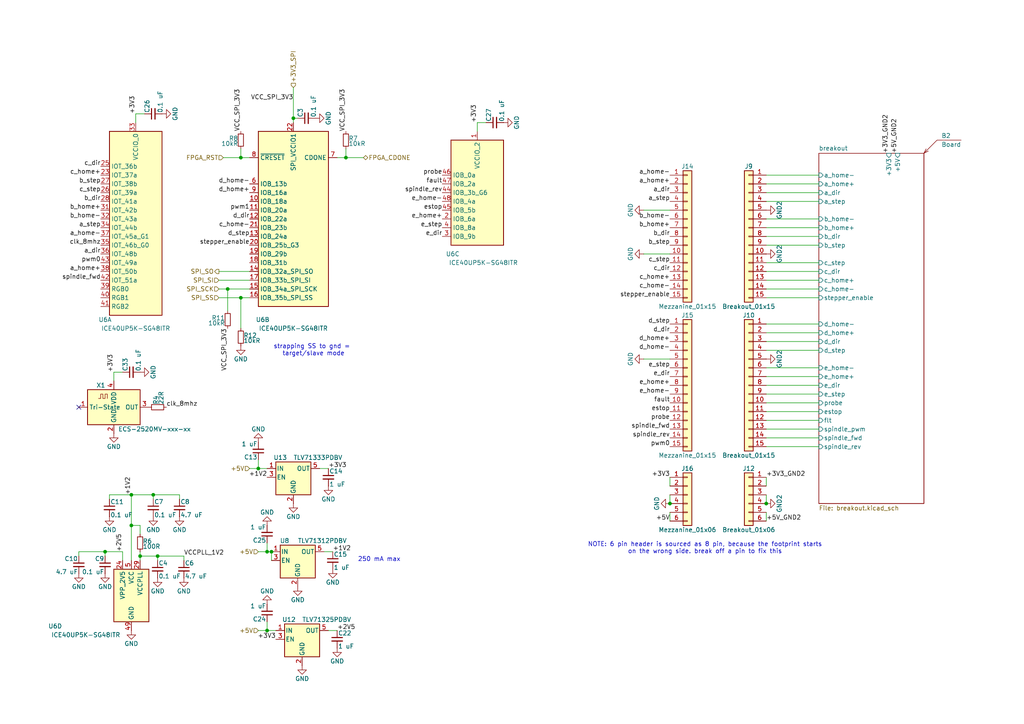
<source format=kicad_sch>
(kicad_sch (version 20231120) (generator "eeschema") (generator_version "8.0")
  (paper "A4")
  (lib_symbols
    (symbol "Connector_Generic:Conn_01x06" (pin_names (offset 1.016) hide)
      (property "Reference" "J" (at 0 7.62 0))
      (property "Value" "Conn_01x06" (at 0 -10.16 0))
      (symbol "Conn_01x06_1_1"
        (rectangle (start -1.27 -7.493) (end 0 -7.747) (stroke (width 0.1524)))
        (rectangle (start -1.27 -4.953) (end 0 -5.207) (stroke (width 0.1524)))
        (rectangle (start -1.27 -2.413) (end 0 -2.667) (stroke (width 0.1524)))
        (rectangle (start -1.27 0.127) (end 0 -0.127) (stroke (width 0.1524)))
        (rectangle (start -1.27 2.667) (end 0 2.413) (stroke (width 0.1524)))
        (rectangle (start -1.27 5.207) (end 0 4.953) (stroke (width 0.1524)))
        (rectangle (start -1.27 6.35) (end 1.27 -8.89) (stroke (width 0.254)) (fill (type background)))
        (pin passive line (at -5.08 5.08 0) (length 3.81) (name "Pin_1") (number "1"))
        (pin passive line (at -5.08 2.54 0) (length 3.81) (name "Pin_2") (number "2"))
        (pin passive line (at -5.08 0 0) (length 3.81) (name "Pin_3") (number "3"))
        (pin passive line (at -5.08 -2.54 0) (length 3.81) (name "Pin_4") (number "4"))
        (pin passive line (at -5.08 -5.08 0) (length 3.81) (name "Pin_5") (number "5"))
        (pin passive line (at -5.08 -7.62 0) (length 3.81) (name "Pin_6") (number "6"))
      )
    )
    (symbol "Connector_Generic:Conn_01x15" (pin_names (offset 1.016) hide)
      (property "Reference" "J" (at 0 20.32 0))
      (property "Value" "Conn_01x15" (at 0 -20.32 0))
      (symbol "Conn_01x15_1_1"
        (rectangle (start -1.27 -17.653) (end 0 -17.907) (stroke (width 0.1524)))
        (rectangle (start -1.27 -15.113) (end 0 -15.367) (stroke (width 0.1524)))
        (rectangle (start -1.27 -12.573) (end 0 -12.827) (stroke (width 0.1524)))
        (rectangle (start -1.27 -10.033) (end 0 -10.287) (stroke (width 0.1524)))
        (rectangle (start -1.27 -7.493) (end 0 -7.747) (stroke (width 0.1524)))
        (rectangle (start -1.27 -4.953) (end 0 -5.207) (stroke (width 0.1524)))
        (rectangle (start -1.27 -2.413) (end 0 -2.667) (stroke (width 0.1524)))
        (rectangle (start -1.27 0.127) (end 0 -0.127) (stroke (width 0.1524)))
        (rectangle (start -1.27 2.667) (end 0 2.413) (stroke (width 0.1524)))
        (rectangle (start -1.27 5.207) (end 0 4.953) (stroke (width 0.1524)))
        (rectangle (start -1.27 7.747) (end 0 7.493) (stroke (width 0.1524)))
        (rectangle (start -1.27 10.287) (end 0 10.033) (stroke (width 0.1524)))
        (rectangle (start -1.27 12.827) (end 0 12.573) (stroke (width 0.1524)))
        (rectangle (start -1.27 15.367) (end 0 15.113) (stroke (width 0.1524)))
        (rectangle (start -1.27 17.907) (end 0 17.653) (stroke (width 0.1524)))
        (rectangle (start -1.27 19.05) (end 1.27 -19.05) (stroke (width 0.254)) (fill (type background)))
        (pin passive line (at -5.08 17.78 0) (length 3.81) (name "Pin_1") (number "1"))
        (pin passive line (at -5.08 -5.08 0) (length 3.81) (name "Pin_10") (number "10"))
        (pin passive line (at -5.08 -7.62 0) (length 3.81) (name "Pin_11") (number "11"))
        (pin passive line (at -5.08 -10.16 0) (length 3.81) (name "Pin_12") (number "12"))
        (pin passive line (at -5.08 -12.7 0) (length 3.81) (name "Pin_13") (number "13"))
        (pin passive line (at -5.08 -15.24 0) (length 3.81) (name "Pin_14") (number "14"))
        (pin passive line (at -5.08 -17.78 0) (length 3.81) (name "Pin_15") (number "15"))
        (pin passive line (at -5.08 15.24 0) (length 3.81) (name "Pin_2") (number "2"))
        (pin passive line (at -5.08 12.7 0) (length 3.81) (name "Pin_3") (number "3"))
        (pin passive line (at -5.08 10.16 0) (length 3.81) (name "Pin_4") (number "4"))
        (pin passive line (at -5.08 7.62 0) (length 3.81) (name "Pin_5") (number "5"))
        (pin passive line (at -5.08 5.08 0) (length 3.81) (name "Pin_6") (number "6"))
        (pin passive line (at -5.08 2.54 0) (length 3.81) (name "Pin_7") (number "7"))
        (pin passive line (at -5.08 0 0) (length 3.81) (name "Pin_8") (number "8"))
        (pin passive line (at -5.08 -2.54 0) (length 3.81) (name "Pin_9") (number "9"))
      )
    )
    (symbol "Device:C_Small" (pin_numbers hide) (pin_names (offset 0.254) hide)
      (property "Reference" "C" (at 0.254 1.778 0))
      (property "Value" "C_Small" (at 0.254 -2.032 0))
      (symbol "C_Small_0_1"
        (polyline (pts (xy -1.524 -0.508) (xy 1.524 -0.508)) (stroke (width 0.3302)))
        (polyline (pts (xy -1.524 0.508) (xy 1.524 0.508)) (stroke (width 0.3048)))
      )
      (symbol "C_Small_1_1"
        (pin passive line (at 0 2.54 270) (length 2.032) (name "~") (number "1"))
        (pin passive line (at 0 -2.54 90) (length 2.032) (name "~") (number "2"))
      )
    )
    (symbol "Device:R_Small" (pin_numbers hide) (pin_names (offset 0.254) hide)
      (property "Reference" "R" (at 0.762 0.508 0))
      (property "Value" "R_Small" (at 0.762 -1.016 0))
      (symbol "R_Small_0_1"
        (rectangle (start -0.762 1.778) (end 0.762 -1.778) (stroke (width 0.2032)))
      )
      (symbol "R_Small_1_1"
        (pin passive line (at 0 2.54 270) (length 0.762) (name "~") (number "1"))
        (pin passive line (at 0 -2.54 90) (length 0.762) (name "~") (number "2"))
      )
    )
    (symbol "FPGA_Lattice:ICE40UP5K-SG48ITR"
      (property "Reference" "U" (at -8.89 -29.21 0))
      (property "Value" "ICE40UP5K-SG48ITR" (at 0 -31.75 0))
      (symbol "ICE40UP5K-SG48ITR_1_1"
        (rectangle (start -7.62 25.4) (end 7.62 -27.94) (stroke (width 0.254)) (fill (type background)))
        (pin bidirectional line (at -10.16 12.7 0) (length 2.54) (name "IOT_37a") (number "23"))
        (pin bidirectional line (at -10.16 15.24 0) (length 2.54) (name "IOT_36b") (number "25"))
        (pin bidirectional line (at -10.16 7.62 0) (length 2.54) (name "IOT_39a") (number "26"))
        (pin bidirectional line (at -10.16 10.16 0) (length 2.54) (name "IOT_38b") (number "27"))
        (pin bidirectional line (at -10.16 5.08 0) (length 2.54) (name "IOT_41a") (number "28"))
        (pin bidirectional line (at -10.16 2.54 0) (length 2.54) (name "IOT_42b") (number "31"))
        (pin bidirectional line (at -10.16 0 0) (length 2.54) (name "IOT_43a") (number "32"))
        (pin power_in line (at 0 27.94 270) (length 2.54) (name "VCCIO_0") (number "33"))
        (pin bidirectional line (at -10.16 -2.54 0) (length 2.54) (name "IOT_44b") (number "34"))
        (pin bidirectional line (at -10.16 -7.62 0) (length 2.54) (name "IOT_46b_G0") (number "35"))
        (pin bidirectional line (at -10.16 -10.16 0) (length 2.54) (name "IOT_48b") (number "36"))
        (pin bidirectional line (at -10.16 -5.08 0) (length 2.54) (name "IOT_45a_G1") (number "37"))
        (pin bidirectional line (at -10.16 -15.24 0) (length 2.54) (name "IOT_50b") (number "38"))
        (pin open_collector line (at -10.16 -20.32 0) (length 2.54) (name "RGB0") (number "39"))
        (pin open_collector line (at -10.16 -22.86 0) (length 2.54) (name "RGB1") (number "40"))
        (pin open_collector line (at -10.16 -25.4 0) (length 2.54) (name "RGB2") (number "41"))
        (pin bidirectional line (at -10.16 -17.78 0) (length 2.54) (name "IOT_51a") (number "42"))
        (pin bidirectional line (at -10.16 -12.7 0) (length 2.54) (name "IOT_49a") (number "43"))
      )
      (symbol "ICE40UP5K-SG48ITR_2_1"
        (rectangle (start -10.16 25.4) (end 10.16 -25.4) (stroke (width 0.254)) (fill (type background)))
        (pin bidirectional line (at -12.7 5.08 0) (length 2.54) (name "IOB_18a") (number "10"))
        (pin bidirectional line (at -12.7 2.54 0) (length 2.54) (name "IOB_20a") (number "11"))
        (pin bidirectional line (at -12.7 0 0) (length 2.54) (name "IOB_22a") (number "12"))
        (pin bidirectional line (at -12.7 -5.08 0) (length 2.54) (name "IOB_24a") (number "13"))
        (pin bidirectional line (at -12.7 -15.24 0) (length 2.54) (name "IOB_32a_SPI_SO") (number "14"))
        (pin bidirectional line (at -12.7 -20.32 0) (length 2.54) (name "IOB_34a_SPI_SCK") (number "15"))
        (pin bidirectional line (at -12.7 -22.86 0) (length 2.54) (name "IOB_35b_SPI_SS") (number "16"))
        (pin bidirectional line (at -12.7 -17.78 0) (length 2.54) (name "IOB_33b_SPI_SI") (number "17"))
        (pin bidirectional line (at -12.7 -12.7 0) (length 2.54) (name "IOB_31b") (number "18"))
        (pin bidirectional line (at -12.7 -10.16 0) (length 2.54) (name "IOB_29b") (number "19"))
        (pin bidirectional line (at -12.7 -7.62 0) (length 2.54) (name "IOB_25b_G3") (number "20"))
        (pin bidirectional line (at -12.7 -2.54 0) (length 2.54) (name "IOB_23b") (number "21"))
        (pin power_in line (at 0 27.94 270) (length 2.54) (name "SPI_VCCIO1") (number "22"))
        (pin bidirectional line (at -12.7 10.16 0) (length 2.54) (name "IOB_13b") (number "6"))
        (pin open_collector line (at 12.7 17.78 180) (length 2.54) (name "CDONE") (number "7"))
        (pin input line (at -12.7 17.78 0) (length 2.54) (name "~{CRESET}") (number "8"))
        (pin bidirectional line (at -12.7 7.62 0) (length 2.54) (name "IOB_16a") (number "9"))
      )
      (symbol "ICE40UP5K-SG48ITR_3_1"
        (rectangle (start -7.62 15.24) (end 7.62 -15.24) (stroke (width 0.254)) (fill (type background)))
        (pin power_in line (at 0 17.78 270) (length 2.54) (name "VCCIO_2") (number "1"))
        (pin bidirectional line (at -10.16 -7.62 0) (length 2.54) (name "IOB_6a") (number "2"))
        (pin bidirectional line (at -10.16 -12.7 0) (length 2.54) (name "IOB_9b") (number "3"))
        (pin bidirectional line (at -10.16 -10.16 0) (length 2.54) (name "IOB_8a") (number "4"))
        (pin bidirectional line (at -10.16 0 0) (length 2.54) (name "IOB_3b_G6") (number "44"))
        (pin bidirectional line (at -10.16 -5.08 0) (length 2.54) (name "IOB_5b") (number "45"))
        (pin bidirectional line (at -10.16 5.08 0) (length 2.54) (name "IOB_0a") (number "46"))
        (pin bidirectional line (at -10.16 2.54 0) (length 2.54) (name "IOB_2a") (number "47"))
        (pin bidirectional line (at -10.16 -2.54 0) (length 2.54) (name "IOB_4a") (number "48"))
      )
      (symbol "ICE40UP5K-SG48ITR_4_1"
        (rectangle (start -5.08 7.62) (end 5.08 -7.62) (stroke (width 0.254)) (fill (type background)))
        (pin power_in line (at -2.54 10.16 270) (length 2.54) (name "VPP_2V5") (number "24"))
        (pin power_out line (at 2.54 10.16 270) (length 2.54) (name "VCCPLL") (number "29"))
        (pin passive line (at 0 10.16 270) (length 2.54) hide (name "VCC") (number "30"))
        (pin power_in line (at 0 -10.16 90) (length 2.54) (name "GND") (number "49"))
        (pin power_in line (at 0 10.16 270) (length 2.54) (name "VCC") (number "5"))
      )
    )
    (symbol "GND_3" (power) (pin_numbers hide) (pin_names (offset 0) hide)
      (property "Value" "GND" (at 0 -3.81 0))
      (symbol "GND_3_0_1"
        (polyline (pts (xy 0 0) (xy 0 -1.27) (xy 1.27 -1.27) (xy 0 -2.54) (xy -1.27 -1.27) (xy 0 -1.27)))
      )
      (symbol "GND_3_1_1"
        (pin power_in line (at 0 0 270) (length 0) (name "~") (number "1"))
      )
    )
    (symbol "Oscillator:ECS-2520MV-xxx-xx"
      (property "Reference" "X" (at -5.08 6.35 0))
      (property "Value" "ECS-2520MV-xxx-xx" (at 1.27 -6.35 0))
      (symbol "ECS-2520MV-xxx-xx_0_1"
        (rectangle (start -7.62 5.08) (end 7.62 -5.08) (stroke (width 0.254)) (fill (type background)))
        (polyline (pts (xy -4.445 2.54) (xy -3.81 2.54) (xy -3.81 3.81) (xy -3.175 3.81) (xy -3.175 2.54) (xy -2.54 2.54) (xy -2.54 3.81) (xy -1.905 3.81) (xy -1.905 2.54)))
      )
      (symbol "ECS-2520MV-xxx-xx_1_1"
        (pin input line (at -10.16 0 0) (length 2.54) (name "Tri-State") (number "1"))
        (pin power_in line (at 0 -7.62 90) (length 2.54) (name "GND") (number "2"))
        (pin output line (at 10.16 0 180) (length 2.54) (name "OUT") (number "3"))
        (pin power_in line (at 0 7.62 270) (length 2.54) (name "VDD") (number "4"))
      )
    )
    (symbol "PCM_kikit:Board" (in_bom no)
      (property "Reference" "B" (at 5.08 5.08 0))
      (property "Value" "Board" (at 5.08 2.54 0))
      (symbol "Board_0_1"
        (polyline (pts (xy 0 0) (xy 3.81 3.81) (xy 10.795 3.81)) (stroke (width 0.1524)))
        (polyline (pts (xy 0.635 1.27) (xy 0 0) (xy 1.27 0.635)) (stroke (width 0.1524)))
      )
    )
    (symbol "Regulator_Linear:TLV71312PDBV" (pin_names (offset 0.254))
      (property "Reference" "U" (at -3.81 5.715 0))
      (property "Value" "TLV71312PDBV" (at 0 5.715 0))
      (symbol "TLV71312PDBV_0_1"
        (rectangle (start -5.08 4.445) (end 5.08 -5.08) (stroke (width 0.254)) (fill (type background)))
      )
      (symbol "TLV71312PDBV_1_1"
        (pin power_in line (at -7.62 2.54 0) (length 2.54) (name "IN") (number "1"))
        (pin power_in line (at 0 -7.62 90) (length 2.54) (name "GND") (number "2"))
        (pin input line (at -7.62 0 0) (length 2.54) (name "EN") (number "3"))
        (pin no_connect line (at 5.08 0 180) (length 2.54) hide (name "NC") (number "4"))
        (pin power_out line (at 7.62 2.54 180) (length 2.54) (name "OUT") (number "5"))
      )
    )
    (symbol "Regulator_Linear:TLV71325PDBV" (pin_names (offset 0.254))
      (property "Reference" "U" (at -3.81 5.715 0))
      (property "Value" "TLV71325PDBV" (at 0 5.715 0))
      (symbol "TLV71325PDBV_0_1"
        (rectangle (start -5.08 4.445) (end 5.08 -5.08) (stroke (width 0.254)) (fill (type background)))
      )
      (symbol "TLV71325PDBV_1_1"
        (pin power_in line (at -7.62 2.54 0) (length 2.54) (name "IN") (number "1"))
        (pin power_in line (at 0 -7.62 90) (length 2.54) (name "GND") (number "2"))
        (pin input line (at -7.62 0 0) (length 2.54) (name "EN") (number "3"))
        (pin no_connect line (at 5.08 0 180) (length 2.54) hide (name "NC") (number "4"))
        (pin power_out line (at 7.62 2.54 180) (length 2.54) (name "OUT") (number "5"))
      )
    )
    (symbol "Regulator_Linear:TLV71333PDBV" (pin_names (offset 0.254))
      (property "Reference" "U" (at -3.81 5.715 0))
      (property "Value" "TLV71333PDBV" (at 0 5.715 0))
      (symbol "TLV71333PDBV_0_1"
        (rectangle (start -5.08 4.445) (end 5.08 -5.08) (stroke (width 0.254)) (fill (type background)))
      )
      (symbol "TLV71333PDBV_1_1"
        (pin power_in line (at -7.62 2.54 0) (length 2.54) (name "IN") (number "1"))
        (pin power_in line (at 0 -7.62 90) (length 2.54) (name "GND") (number "2"))
        (pin input line (at -7.62 0 0) (length 2.54) (name "EN") (number "3"))
        (pin no_connect line (at 5.08 0 180) (length 2.54) hide (name "NC") (number "4"))
        (pin power_out line (at 7.62 2.54 180) (length 2.54) (name "OUT") (number "5"))
      )
    )
    (symbol "power:GND" (power) (pin_numbers hide) (pin_names (offset 0) hide)
      (property "Value" "GND" (at 0 -3.81 0))
      (symbol "GND_0_1"
        (polyline (pts (xy 0 0) (xy 0 -1.27) (xy 1.27 -1.27) (xy 0 -2.54) (xy -1.27 -1.27) (xy 0 -1.27)))
      )
      (symbol "GND_1_1"
        (pin power_in line (at 0 0 270) (length 0) (name "~") (number "1"))
      )
    )
    (symbol "power:GND2" (power) (pin_numbers hide) (pin_names (offset 0) hide)
      (property "Value" "GND2" (at 0 -3.81 0))
      (symbol "GND2_0_1"
        (polyline (pts (xy 0 0) (xy 0 -1.27) (xy 1.27 -1.27) (xy 0 -2.54) (xy -1.27 -1.27) (xy 0 -1.27)))
      )
      (symbol "GND2_1_1"
        (pin power_in line (at 0 0 270) (length 0) (name "~") (number "1"))
      )
    )
  )
  (junction (at 44.45 143.51))
  (junction (at 66.04 83.82))
  (junction (at 77.47 182.88))
  (junction (at 222.25 146.05))
  (junction (at 78.74 160.02))
  (junction (at 74.93 135.89))
  (junction (at 38.1 152.4))
  (junction (at 69.85 45.72))
  (junction (at 40.64 161.29))
  (junction (at 30.48 160.02))
  (junction (at 100.33 45.72))
  (junction (at 38.1 143.51))
  (junction (at 45.72 161.29))
  (junction (at 69.85 86.36))
  (junction (at 194.31 146.05))
  (junction (at 77.47 160.02))
  (junction (at 85.09 34.29))
  (no_connect (at 22.86 118.11))
  (wire (pts (xy 66.04 83.82) (xy 72.39 83.82)))
  (wire (pts (xy 222.25 58.42) (xy 237.49 58.42)))
  (wire (pts (xy 40.64 160.02) (xy 40.64 161.29)))
  (wire (pts (xy 69.85 45.72) (xy 72.39 45.72)))
  (wire (pts (xy 64.77 45.72) (xy 69.85 45.72)))
  (wire (pts (xy 30.48 160.02) (xy 30.48 161.29)))
  (wire (pts (xy 222.25 71.12) (xy 237.49 71.12)))
  (wire (pts (xy 222.25 81.28) (xy 237.49 81.28)))
  (wire (pts (xy 222.25 124.46) (xy 237.49 124.46)))
  (wire (pts (xy 66.04 90.17) (xy 66.04 83.82)))
  (wire (pts (xy 222.25 106.68) (xy 237.49 106.68)))
  (wire (pts (xy 31.75 143.51) (xy 38.1 143.51)))
  (wire (pts (xy 44.45 143.51) (xy 52.07 143.51)))
  (wire (pts (xy 22.86 160.02) (xy 22.86 161.29)))
  (wire (pts (xy 186.69 73.66) (xy 194.31 73.66)))
  (wire (pts (xy 74.93 160.02) (xy 77.47 160.02)))
  (wire (pts (xy 33.02 107.95) (xy 33.02 110.49)))
  (wire (pts (xy 40.64 152.4) (xy 38.1 152.4)))
  (wire (pts (xy 35.56 160.02) (xy 30.48 160.02)))
  (wire (pts (xy 40.64 161.29) (xy 40.64 162.56)))
  (wire (pts (xy 92.71 135.89) (xy 95.25 135.89)))
  (wire (pts (xy 186.69 60.96) (xy 194.31 60.96)))
  (wire (pts (xy 85.09 25.4) (xy 85.09 34.29)))
  (wire (pts (xy 74.93 182.88) (xy 77.47 182.88)))
  (wire (pts (xy 222.25 93.98) (xy 237.49 93.98)))
  (wire (pts (xy 95.25 182.88) (xy 97.79 182.88)))
  (wire (pts (xy 222.25 121.92) (xy 237.49 121.92)))
  (wire (pts (xy 63.5 86.36) (xy 69.85 86.36)))
  (wire (pts (xy 222.25 86.36) (xy 237.49 86.36)))
  (wire (pts (xy 35.56 160.02) (xy 35.56 162.56)))
  (wire (pts (xy 222.25 63.5) (xy 237.49 63.5)))
  (wire (pts (xy 38.1 143.51) (xy 38.1 152.4)))
  (wire (pts (xy 45.72 161.29) (xy 45.72 162.56)))
  (wire (pts (xy 77.47 160.02) (xy 78.74 160.02)))
  (wire (pts (xy 222.25 96.52) (xy 237.49 96.52)))
  (wire (pts (xy 44.45 143.51) (xy 44.45 144.78)))
  (wire (pts (xy 100.33 43.18) (xy 100.33 45.72)))
  (wire (pts (xy 38.1 152.4) (xy 38.1 162.56)))
  (wire (pts (xy 222.25 101.6) (xy 237.49 101.6)))
  (wire (pts (xy 222.25 111.76) (xy 237.49 111.76)))
  (wire (pts (xy 222.25 114.3) (xy 237.49 114.3)))
  (wire (pts (xy 222.25 78.74) (xy 237.49 78.74)))
  (wire (pts (xy 63.5 78.74) (xy 72.39 78.74)))
  (wire (pts (xy 77.47 157.48) (xy 77.47 160.02)))
  (wire (pts (xy 222.25 53.34) (xy 237.49 53.34)))
  (wire (pts (xy 222.25 148.59) (xy 222.25 151.13)))
  (wire (pts (xy 222.25 116.84) (xy 237.49 116.84)))
  (wire (pts (xy 222.25 76.2) (xy 237.49 76.2)))
  (wire (pts (xy 66.04 83.82) (xy 63.5 83.82)))
  (wire (pts (xy 69.85 86.36) (xy 69.85 95.25)))
  (wire (pts (xy 40.64 161.29) (xy 45.72 161.29)))
  (wire (pts (xy 222.25 66.04) (xy 237.49 66.04)))
  (wire (pts (xy 77.47 180.34) (xy 77.47 182.88)))
  (wire (pts (xy 45.72 161.29) (xy 53.34 161.29)))
  (wire (pts (xy 222.25 83.82) (xy 237.49 83.82)))
  (wire (pts (xy 93.98 160.02) (xy 96.52 160.02)))
  (wire (pts (xy 222.25 55.88) (xy 237.49 55.88)))
  (wire (pts (xy 78.74 160.02) (xy 78.74 162.56)))
  (wire (pts (xy 222.25 143.51) (xy 222.25 146.05)))
  (wire (pts (xy 63.5 81.28) (xy 72.39 81.28)))
  (wire (pts (xy 186.69 104.14) (xy 194.31 104.14)))
  (wire (pts (xy 100.33 45.72) (xy 97.79 45.72)))
  (wire (pts (xy 72.39 135.89) (xy 74.93 135.89)))
  (wire (pts (xy 194.31 148.59) (xy 194.31 151.13)))
  (wire (pts (xy 77.47 182.88) (xy 80.01 182.88)))
  (wire (pts (xy 194.31 143.51) (xy 194.31 146.05)))
  (wire (pts (xy 222.25 127) (xy 237.49 127)))
  (wire (pts (xy 138.43 35.56) (xy 140.97 35.56)))
  (wire (pts (xy 222.25 68.58) (xy 237.49 68.58)))
  (wire (pts (xy 53.34 161.29) (xy 53.34 162.56)))
  (wire (pts (xy 52.07 143.51) (xy 52.07 144.78)))
  (wire (pts (xy 74.93 135.89) (xy 77.47 135.89)))
  (wire (pts (xy 222.25 109.22) (xy 237.49 109.22)))
  (wire (pts (xy 33.02 107.95) (xy 35.56 107.95)))
  (wire (pts (xy 194.31 138.43) (xy 194.31 140.97)))
  (wire (pts (xy 222.25 119.38) (xy 237.49 119.38)))
  (wire (pts (xy 69.85 86.36) (xy 72.39 86.36)))
  (wire (pts (xy 138.43 35.56) (xy 138.43 38.1)))
  (wire (pts (xy 31.75 144.78) (xy 31.75 143.51)))
  (wire (pts (xy 39.37 33.02) (xy 39.37 35.56)))
  (wire (pts (xy 74.93 133.35) (xy 74.93 135.89)))
  (wire (pts (xy 69.85 43.18) (xy 69.85 45.72)))
  (wire (pts (xy 85.09 34.29) (xy 85.09 35.56)))
  (wire (pts (xy 100.33 45.72) (xy 105.41 45.72)))
  (wire (pts (xy 85.09 34.29) (xy 86.36 34.29)))
  (wire (pts (xy 222.25 129.54) (xy 237.49 129.54)))
  (wire (pts (xy 40.64 154.94) (xy 40.64 152.4)))
  (wire (pts (xy 222.25 99.06) (xy 237.49 99.06)))
  (wire (pts (xy 222.25 50.8) (xy 237.49 50.8)))
  (wire (pts (xy 222.25 138.43) (xy 222.25 140.97)))
  (wire (pts (xy 38.1 143.51) (xy 44.45 143.51)))
  (wire (pts (xy 39.37 33.02) (xy 41.91 33.02)))
  (wire (pts (xy 30.48 160.02) (xy 22.86 160.02)))
  (text "NOTE: 6 pin header is sourced as 8 pin, because the footprint starts\non the wrong side. break off a pin to fix this" (at 204.47 159.004 0) (effects (font (size 1.27 1.27))))
  (text "strapping SS to gnd = \ntarget/slave mode" (at 90.932 101.6 0) (effects (font (size 1.27 1.27))))
  (text "250 mA max" (at 109.982 162.306 0) (effects (font (size 1.27 1.27))))
  (label "+2V5" (at 97.79 182.88 0))
  (label "e_dir" (at 194.31 109.22 180))
  (label "+3V3" (at 95.25 135.89 0))
  (label "spindle_fwd" (at 29.21 81.28 180))
  (label "a_home-" (at 194.31 50.8 180))
  (label "b_dir" (at 29.21 58.42 180))
  (label "probe" (at 128.27 50.8 180))
  (label "e_step" (at 128.27 66.04 180))
  (label "pwm0" (at 194.31 129.54 180))
  (label "b_home-" (at 194.31 63.5 180))
  (label "+3V3" (at 39.37 33.02 90))
  (label "+3V3_GND2" (at 222.25 138.43 0))
  (label "e_home-" (at 128.27 58.42 180))
  (label "e_dir" (at 128.27 68.58 180))
  (label "c_home-" (at 72.39 66.04 180))
  (label "a_home+" (at 194.31 53.34 180))
  (label "+5V" (at 194.31 151.13 180))
  (label "c_home+" (at 29.21 50.8 180))
  (label "c_step" (at 29.21 55.88 180))
  (label "+3V3" (at 33.02 107.95 90))
  (label "stepper_enable" (at 194.31 86.36 180))
  (label "+3V3" (at 138.43 35.56 90))
  (label "+3V3" (at 80.01 185.42 180))
  (label "a_step" (at 29.21 66.04 180))
  (label "b_step" (at 29.21 53.34 180))
  (label "spindle_rev" (at 194.31 127 180))
  (label "d_home+" (at 194.31 99.06 180))
  (label "+5V_GND2" (at 260.35 44.45 90))
  (label "pwm0" (at 29.21 76.2 180))
  (label "a_step" (at 194.31 58.42 180))
  (label "b_home+" (at 29.21 60.96 180))
  (label "+1V2" (at 38.1 143.51 90))
  (label "a_dir" (at 29.21 73.66 180))
  (label "d_step" (at 194.31 93.98 180))
  (label "+1V2" (at 96.52 160.02 0))
  (label "d_home+" (at 72.39 55.88 180))
  (label "VCCPLL_1V2" (at 53.34 161.29 0))
  (label "estop" (at 194.31 119.38 180))
  (label "probe" (at 194.31 121.92 180))
  (label "e_home+" (at 194.31 111.76 180))
  (label "VCC_SPI_3V3" (at 69.85 38.1 90))
  (label "d_dir" (at 194.31 96.52 180))
  (label "spindle_rev" (at 128.27 55.88 180))
  (label "e_home+" (at 128.27 63.5 180))
  (label "a_home+" (at 29.21 78.74 180))
  (label "fault" (at 128.27 53.34 180))
  (label "b_dir" (at 194.31 68.58 180))
  (label "c_home-" (at 194.31 83.82 180))
  (label "d_home-" (at 194.31 101.6 180))
  (label "d_step" (at 72.39 68.58 180))
  (label "c_dir" (at 29.21 48.26 180))
  (label "a_home-" (at 29.21 68.58 180))
  (label "spindle_fwd" (at 194.31 124.46 180))
  (label "c_step" (at 194.31 76.2 180))
  (label "estop" (at 128.27 60.96 180))
  (label "+2V5" (at 35.56 160.02 90))
  (label "b_step" (at 194.31 71.12 180))
  (label "VCC_SPI_3V3" (at 66.04 95.25 270))
  (label "b_home-" (at 29.21 63.5 180))
  (label "c_home+" (at 194.31 81.28 180))
  (label "e_step" (at 194.31 106.68 180))
  (label "+3V3_GND2" (at 257.81 44.45 90))
  (label "VCC_SPI_3V3" (at 100.33 38.1 90))
  (label "b_home+" (at 194.31 66.04 180))
  (label "e_home-" (at 194.31 114.3 180))
  (label "pwm1" (at 72.39 60.96 180))
  (label "fault" (at 194.31 116.84 180))
  (label "d_home-" (at 72.39 53.34 180))
  (label "clk_8mhz" (at 29.21 71.12 180))
  (label "+1V2" (at 77.47 138.43 180))
  (label "d_dir" (at 72.39 63.5 180))
  (label "+5V_GND2" (at 222.25 151.13 0))
  (label "VCC_SPI_3V3" (at 85.09 29.21 180))
  (label "stepper_enable" (at 72.39 71.12 180))
  (label "clk_8mhz" (at 48.26 118.11 0))
  (label "a_dir" (at 194.31 55.88 180))
  (label "+3V3" (at 194.31 138.43 180))
  (label "c_dir" (at 194.31 78.74 180))
  (hierarchical_label "+3V3_SPI" (shape input) (at 85.09 25.4 90))
  (hierarchical_label "SPI_SCK" (shape input) (at 63.5 83.82 180))
  (hierarchical_label "+5V" (shape input) (at 74.93 182.88 180))
  (hierarchical_label "SPI_SS" (shape input) (at 63.5 86.36 180))
  (hierarchical_label "+5V" (shape input) (at 72.39 135.89 180))
  (hierarchical_label "+5V" (shape input) (at 74.93 160.02 180))
  (hierarchical_label "FPGA_CDONE" (shape bidirectional) (at 105.41 45.72 0))
  (hierarchical_label "SPI_SO" (shape output) (at 63.5 78.74 180))
  (hierarchical_label "SPI_SI" (shape input) (at 63.5 81.28 180))
  (hierarchical_label "FPGA_RST" (shape input) (at 64.77 45.72 180))
  (symbol (lib_id "Connector_Generic:Conn_01x15") (at 217.17 111.76 0) (mirror y) (unit 1)
    (property "Reference" "J10" (at 217.17 91.44 0))
    (property "Value" "Breakout_01x15" (at 217.17 132.08 0))
    (property "Footprint" "Connector_PinSocket_2.54mm:PinSocket_1x15_P2.54mm_Vertical" (effects (hide yes)))
    (property "Description" "Generic connector, single row, 01x15, script generated (kicad-library-utils/schlib/autogen/connector/)" (effects (hide yes)))
    (property "Digikey" "A26425-ND" (effects (hide yes)))
  )
  (symbol (lib_id "Device:C_Small") (at 44.45 33.02 90) (unit 1)
    (property "Reference" "C26" (at 42.672 32.766 0) (effects (justify left)))
    (property "Value" "0.1 uF" (at 46.482 32.766 0) (effects (justify left)))
    (property "Footprint" "Capacitor_SMD:C_0402_1005Metric" (effects (hide yes)))
    (property "Description" "Unpolarized capacitor, small symbol" (effects (hide yes)))
    (property "Digikey" "490-6328-1-ND" (effects (hide yes)))
  )
  (symbol (lib_id "Device:C_Small") (at 44.45 147.32 0) (unit 1)
    (property "Reference" "C7" (at 44.704 145.542 0) (effects (justify left)))
    (property "Value" "0.1 uF" (at 44.704 149.352 0) (effects (justify left)))
    (property "Footprint" "Capacitor_SMD:C_0402_1005Metric" (effects (hide yes)))
    (property "Description" "Unpolarized capacitor, small symbol" (effects (hide yes)))
    (property "Digikey" "490-6328-1-ND" (effects (hide yes)))
  )
  (symbol (lib_id "power:GND") (at 91.44 34.29 90) (unit 1)
    (property "Reference" "#PWR03" (effects (hide yes)))
    (property "Value" "GND" (at 95.25 34.29 0))
    (property "Description" "Power symbol creates a global label with name \"GND\" , ground" (effects (hide yes)))
  )
  (symbol (lib_id "power:GND") (at 31.75 149.86 0) (unit 1)
    (property "Reference" "#PWR026" (effects (hide yes)))
    (property "Value" "GND" (at 31.75 153.67 0))
    (property "Description" "Power symbol creates a global label with name \"GND\" , ground" (effects (hide yes)))
  )
  (symbol (lib_id "FPGA_Lattice:ICE40UP5K-SG48ITR") (at 38.1 172.72 0) (unit 4)
    (property "Reference" "U6" (at 16.002 181.61 0))
    (property "Value" "ICE40UP5K-SG48ITR" (at 24.892 184.15 0))
    (property "Footprint" "Package_DFN_QFN:QFN-48-1EP_7x7mm_P0.5mm_EP5.6x5.6mm" (effects (hide yes)))
    (property "Datasheet" "http://www.latticesemi.com/Products/FPGAandCPLD/iCE40Ultra" (effects (hide yes)))
    (property "Description" "iCE40 UltraPlus FPGA, 5280 LUTs, 1.2V, 48-pin QFN" (effects (hide yes)))
    (property "Digikey" "220-2212-1-ND" (effects (hide yes)))
  )
  (symbol (lib_id "power:GND") (at 44.45 149.86 0) (unit 1)
    (property "Reference" "#PWR010" (effects (hide yes)))
    (property "Value" "GND" (at 44.45 153.67 0))
    (property "Description" "Power symbol creates a global label with name \"GND\" , ground" (effects (hide yes)))
  )
  (symbol (lib_id "Device:R_Small") (at 69.85 97.79 0) (unit 1)
    (property "Reference" "R12" (at 70.612 97.282 0) (effects (justify left)))
    (property "Value" "10kR" (at 70.612 98.806 0) (effects (justify left)))
    (property "Footprint" "Resistor_SMD:R_0402_1005Metric" (effects (hide yes)))
    (property "Description" "Resistor, small symbol" (effects (hide yes)))
    (property "Digikey" "1276-3431-1-ND" (effects (hide yes)))
  )
  (symbol (lib_id "Device:R_Small") (at 66.04 92.71 0) (mirror y) (unit 1)
    (property "Reference" "R11" (at 65.278 92.202 0) (effects (justify left)))
    (property "Value" "10kR" (at 65.278 93.726 0) (effects (justify left)))
    (property "Footprint" "Resistor_SMD:R_0402_1005Metric" (effects (hide yes)))
    (property "Description" "Resistor, small symbol" (effects (hide yes)))
    (property "Digikey" "1276-3431-1-ND" (effects (hide yes)))
  )
  (symbol (lib_id "power:GND") (at 45.72 167.64 0) (unit 1)
    (property "Reference" "#PWR08" (effects (hide yes)))
    (property "Value" "GND" (at 45.72 171.45 0))
    (property "Description" "Power symbol creates a global label with name \"GND\" , ground" (effects (hide yes)))
  )
  (symbol (lib_name "GND_3") (lib_id "power:GND") (at 95.25 140.97 0) (unit 1)
    (property "Reference" "#PWR029" (effects (hide yes)))
    (property "Value" "GND" (at 95.25 144.78 0))
    (property "Description" "Power symbol creates a global label with name \"GND\" , ground" (effects (hide yes)))
  )
  (symbol (lib_id "power:GND") (at 33.02 125.73 0) (unit 1)
    (property "Reference" "#PWR068" (effects (hide yes)))
    (property "Value" "GND" (at 33.02 129.54 0))
    (property "Description" "Power symbol creates a global label with name \"GND\" , ground" (effects (hide yes)))
  )
  (symbol (lib_id "power:GND2") (at 222.25 146.05 90) (unit 1)
    (property "Reference" "#PWR080" (effects (hide yes)))
    (property "Value" "GND2" (at 226.06 146.05 0))
    (property "Description" "Power symbol creates a global label with name \"GND2\" , ground" (effects (hide yes)))
  )
  (symbol (lib_id "Device:C_Small") (at 88.9 34.29 90) (unit 1)
    (property "Reference" "C3" (at 87.122 34.036 0) (effects (justify left)))
    (property "Value" "0.1 uF" (at 90.932 34.036 0) (effects (justify left)))
    (property "Footprint" "Capacitor_SMD:C_0402_1005Metric" (effects (hide yes)))
    (property "Description" "Unpolarized capacitor, small symbol" (effects (hide yes)))
    (property "Digikey" "490-6328-1-ND" (effects (hide yes)))
  )
  (symbol (lib_id "Device:C_Small") (at 74.93 130.81 180) (unit 1)
    (property "Reference" "C13" (at 74.676 132.588 0) (effects (justify left)))
    (property "Value" "1 uF" (at 74.676 128.778 0) (effects (justify left)))
    (property "Footprint" "Capacitor_SMD:C_0402_1005Metric" (effects (hide yes)))
    (property "Description" "Unpolarized capacitor, small symbol" (effects (hide yes)))
    (property "Digikey" "587-2477-1-ND" (effects (hide yes)))
  )
  (symbol (lib_id "Connector_Generic:Conn_01x15") (at 217.17 68.58 0) (mirror y) (unit 1)
    (property "Reference" "J9" (at 217.17 48.26 0))
    (property "Value" "Breakout_01x15" (at 217.17 88.9 0))
    (property "Footprint" "Connector_PinSocket_2.54mm:PinSocket_1x15_P2.54mm_Vertical" (effects (hide yes)))
    (property "Description" "Generic connector, single row, 01x15, script generated (kicad-library-utils/schlib/autogen/connector/)" (effects (hide yes)))
    (property "Digikey" "A26425-ND" (effects (hide yes)))
  )
  (symbol (lib_id "power:GND") (at 22.86 166.37 0) (mirror y) (unit 1)
    (property "Reference" "#PWR015" (effects (hide yes)))
    (property "Value" "GND" (at 22.86 170.18 0))
    (property "Description" "Power symbol creates a global label with name \"GND\" , ground" (effects (hide yes)))
  )
  (symbol (lib_id "Device:C_Small") (at 77.47 177.8 180) (unit 1)
    (property "Reference" "C24" (at 77.216 179.578 0) (effects (justify left)))
    (property "Value" "1 uF" (at 77.216 175.768 0) (effects (justify left)))
    (property "Footprint" "Capacitor_SMD:C_0402_1005Metric" (effects (hide yes)))
    (property "Description" "Unpolarized capacitor, small symbol" (effects (hide yes)))
    (property "Digikey" "587-2477-1-ND" (effects (hide yes)))
  )
  (symbol (lib_id "Device:R_Small") (at 69.85 40.64 0) (mirror y) (unit 1)
    (property "Reference" "R8" (at 69.088 40.132 0) (effects (justify left)))
    (property "Value" "10kR" (at 69.088 41.656 0) (effects (justify left)))
    (property "Footprint" "Resistor_SMD:R_0402_1005Metric" (effects (hide yes)))
    (property "Description" "Resistor, small symbol" (effects (hide yes)))
    (property "Digikey" "1276-3431-1-ND" (effects (hide yes)))
  )
  (symbol (lib_id "power:GND") (at 146.05 35.56 90) (unit 1)
    (property "Reference" "#PWR038" (effects (hide yes)))
    (property "Value" "GND" (at 149.86 35.56 0))
    (property "Description" "Power symbol creates a global label with name \"GND\" , ground" (effects (hide yes)))
  )
  (symbol (lib_id "power:GND") (at 69.85 100.33 0) (unit 1)
    (property "Reference" "#PWR016" (effects (hide yes)))
    (property "Value" "GND" (at 69.85 104.14 0))
    (property "Description" "Power symbol creates a global label with name \"GND\" , ground" (effects (hide yes)))
  )
  (symbol (lib_id "power:GND2") (at 222.25 60.96 90) (unit 1)
    (property "Reference" "#PWR078" (effects (hide yes)))
    (property "Value" "GND2" (at 226.06 60.96 0))
    (property "Description" "Power symbol creates a global label with name \"GND2\" , ground" (effects (hide yes)))
  )
  (symbol (lib_id "Device:C_Small") (at 97.79 185.42 0) (unit 1)
    (property "Reference" "C22" (at 98.044 183.642 0) (effects (justify left)))
    (property "Value" "1 uF" (at 98.044 187.452 0) (effects (justify left)))
    (property "Footprint" "Capacitor_SMD:C_0402_1005Metric" (effects (hide yes)))
    (property "Description" "Unpolarized capacitor, small symbol" (effects (hide yes)))
    (property "Digikey" "587-2477-1-ND" (effects (hide yes)))
  )
  (symbol (lib_id "power:GND") (at 40.64 107.95 90) (unit 1)
    (property "Reference" "#PWR054" (effects (hide yes)))
    (property "Value" "GND" (at 44.45 107.95 0))
    (property "Description" "Power symbol creates a global label with name \"GND\" , ground" (effects (hide yes)))
  )
  (symbol (lib_id "Device:R_Small") (at 45.72 118.11 90) (unit 1)
    (property "Reference" "R4" (at 45.212 117.348 0) (effects (justify left)))
    (property "Value" "22R" (at 46.736 117.348 0) (effects (justify left)))
    (property "Footprint" "Resistor_SMD:R_0402_1005Metric" (effects (hide yes)))
    (property "Description" "Resistor, small symbol" (effects (hide yes)))
    (property "Digikey" "P22.0LCT-ND" (effects (hide yes)))
  )
  (symbol (lib_id "Device:C_Small") (at 53.34 165.1 0) (unit 1)
    (property "Reference" "C6" (at 53.594 163.322 0) (effects (justify left)))
    (property "Value" "4.7 uF" (at 53.594 167.132 0) (effects (justify left)))
    (property "Footprint" "Capacitor_SMD:C_0805_2012Metric" (effects (hide yes)))
    (property "Description" "Unpolarized capacitor, small symbol" (effects (hide yes)))
    (property "Digikey" "1276-1244-1-ND" (effects (hide yes)))
  )
  (symbol (lib_id "power:GND2") (at 222.25 73.66 90) (unit 1)
    (property "Reference" "#PWR077" (effects (hide yes)))
    (property "Value" "GND2" (at 226.06 73.66 0))
    (property "Description" "Power symbol creates a global label with name \"GND2\" , ground" (effects (hide yes)))
  )
  (symbol (lib_id "power:GND") (at 186.69 73.66 270) (unit 1)
    (property "Reference" "#PWR083" (effects (hide yes)))
    (property "Value" "GND" (at 182.88 73.66 0))
    (property "Description" "Power symbol creates a global label with name \"GND\" , ground" (effects (hide yes)))
  )
  (symbol (lib_id "Device:C_Small") (at 38.1 107.95 90) (unit 1)
    (property "Reference" "C33" (at 36.322 107.696 0) (effects (justify left)))
    (property "Value" "0.1 uF" (at 40.132 107.696 0) (effects (justify left)))
    (property "Footprint" "Capacitor_SMD:C_0402_1005Metric" (effects (hide yes)))
    (property "Description" "Unpolarized capacitor, small symbol" (effects (hide yes)))
    (property "Digikey" "490-6328-1-ND" (effects (hide yes)))
  )
  (symbol (lib_id "Device:C_Small") (at 143.51 35.56 90) (unit 1)
    (property "Reference" "C27" (at 141.732 35.306 0) (effects (justify left)))
    (property "Value" "0.1 uF" (at 145.542 35.306 0) (effects (justify left)))
    (property "Footprint" "Capacitor_SMD:C_0402_1005Metric" (effects (hide yes)))
    (property "Description" "Unpolarized capacitor, small symbol" (effects (hide yes)))
    (property "Digikey" "490-6328-1-ND" (effects (hide yes)))
  )
  (symbol (lib_id "Regulator_Linear:TLV71333PDBV") (at 85.09 138.43 0) (unit 1)
    (property "Reference" "U13" (at 81.28 132.715 0))
    (property "Value" "TLV71333PDBV" (at 85.09 132.715 0) (effects (justify left)))
    (property "Footprint" "Package_TO_SOT_SMD:SOT-23-5" (effects (hide yes)))
    (property "Datasheet" "http://www.ti.com/lit/ds/symlink/tlv713p.pdf" (effects (hide yes)))
    (property "Description" "150mA Low Dropout Voltage Regulator, Fixed Output 3.3V, SOT-23-5" (effects (hide yes)))
    (property "Digikey" "296-35591-1-ND" (effects (hide yes)))
  )
  (symbol (lib_name "GND_3") (lib_id "power:GND") (at 77.47 152.4 180) (unit 1)
    (property "Reference" "#PWR036" (effects (hide yes)))
    (property "Value" "GND" (at 77.47 148.59 0))
    (property "Description" "Power symbol creates a global label with name \"GND\" , ground" (effects (hide yes)))
  )
  (symbol (lib_id "Device:C_Small") (at 45.72 165.1 0) (unit 1)
    (property "Reference" "C4" (at 45.974 163.322 0) (effects (justify left)))
    (property "Value" "0.1 uF" (at 45.974 167.132 0) (effects (justify left)))
    (property "Footprint" "Capacitor_SMD:C_0402_1005Metric" (effects (hide yes)))
    (property "Description" "Unpolarized capacitor, small symbol" (effects (hide yes)))
    (property "Digikey" "490-6328-1-ND" (effects (hide yes)))
  )
  (symbol (lib_id "Connector_Generic:Conn_01x15") (at 199.39 68.58 0) (unit 1)
    (property "Reference" "J14" (at 199.39 48.26 0))
    (property "Value" "Mezzanine_01x15" (at 199.39 88.9 0))
    (property "Footprint" "Connector_PinHeader_2.54mm:PinHeader_1x15_P2.54mm_Vertical_SMD_Pin1Left" (effects (hide yes)))
    (property "Description" "Generic connector, single row, 01x15, script generated (kicad-library-utils/schlib/autogen/connector/)" (effects (hide yes)))
    (property "Digikey" "A124546-ND" (effects (hide yes)))
  )
  (symbol (lib_id "Device:C_Small") (at 95.25 138.43 0) (unit 1)
    (property "Reference" "C14" (at 95.504 136.652 0) (effects (justify left)))
    (property "Value" "1 uF" (at 95.504 140.462 0) (effects (justify left)))
    (property "Footprint" "Capacitor_SMD:C_0402_1005Metric" (effects (hide yes)))
    (property "Description" "Unpolarized capacitor, small symbol" (effects (hide yes)))
    (property "Digikey" "587-2477-1-ND" (effects (hide yes)))
  )
  (symbol (lib_id "PCM_kikit:Board") (at 267.97 44.45 0) (unit 1) (in_bom no)
    (property "Reference" "B2" (at 273.05 39.37 0) (effects (justify left)))
    (property "Value" "Board" (at 273.05 41.91 0) (effects (justify left)))
    (property "Footprint" "PCM_kikit:Board" (effects (hide yes)))
    (property "Description" "KiKit Board annotations" (effects (hide yes)))
    (property "Digikey" "NoPart" (effects (hide yes)))
  )
  (symbol (lib_id "Device:R_Small") (at 100.33 40.64 0) (unit 1)
    (property "Reference" "R7" (at 101.092 40.132 0) (effects (justify left)))
    (property "Value" "10kR" (at 101.092 41.656 0) (effects (justify left)))
    (property "Footprint" "Resistor_SMD:R_0402_1005Metric" (effects (hide yes)))
    (property "Description" "Resistor, small symbol" (effects (hide yes)))
    (property "Digikey" "1276-3431-1-ND" (effects (hide yes)))
  )
  (symbol (lib_id "Device:C_Small") (at 52.07 147.32 0) (unit 1)
    (property "Reference" "C8" (at 52.324 145.542 0) (effects (justify left)))
    (property "Value" "4.7 uF" (at 52.324 149.352 0) (effects (justify left)))
    (property "Footprint" "Capacitor_SMD:C_0805_2012Metric" (effects (hide yes)))
    (property "Description" "Unpolarized capacitor, small symbol" (effects (hide yes)))
    (property "Digikey" "1276-1244-1-ND" (effects (hide yes)))
  )
  (symbol (lib_id "Regulator_Linear:TLV71312PDBV") (at 86.36 162.56 0) (unit 1)
    (property "Reference" "U8" (at 82.55 156.845 0))
    (property "Value" "TLV71312PDBV" (at 86.36 156.845 0) (effects (justify left)))
    (property "Footprint" "Package_TO_SOT_SMD:SOT-23-5" (effects (hide yes)))
    (property "Datasheet" "http://www.ti.com/lit/ds/symlink/tlv713p.pdf" (effects (hide yes)))
    (property "Description" "150mA Low Dropout Voltage Regulator, Fixed Output 1.2V, SOT-23-5" (effects (hide yes)))
    (property "Digikey" "296-35589-1-ND" (effects (hide yes)))
  )
  (symbol (lib_id "Device:C_Small") (at 96.52 162.56 0) (unit 1)
    (property "Reference" "C15" (at 96.774 160.782 0) (effects (justify left)))
    (property "Value" "1 uF" (at 96.774 164.592 0) (effects (justify left)))
    (property "Footprint" "Capacitor_SMD:C_0402_1005Metric" (effects (hide yes)))
    (property "Description" "Unpolarized capacitor, small symbol" (effects (hide yes)))
    (property "Digikey" "587-2477-1-ND" (effects (hide yes)))
  )
  (symbol (lib_id "Device:R_Small") (at 40.64 157.48 0) (unit 1)
    (property "Reference" "R6" (at 41.402 156.972 0) (effects (justify left)))
    (property "Value" "100R" (at 41.402 158.496 0) (effects (justify left)))
    (property "Footprint" "Resistor_SMD:R_0402_1005Metric" (effects (hide yes)))
    (property "Description" "Resistor, small symbol" (effects (hide yes)))
    (property "Digikey" "P100LCT-ND" (effects (hide yes)))
  )
  (symbol (lib_name "GND_3") (lib_id "power:GND") (at 77.47 175.26 180) (unit 1)
    (property "Reference" "#PWR034" (effects (hide yes)))
    (property "Value" "GND" (at 77.47 171.45 0))
    (property "Description" "Power symbol creates a global label with name \"GND\" , ground" (effects (hide yes)))
  )
  (symbol (lib_name "GND_3") (lib_id "power:GND") (at 74.93 128.27 180) (unit 1)
    (property "Reference" "#PWR028" (effects (hide yes)))
    (property "Value" "GND" (at 74.93 124.46 0))
    (property "Description" "Power symbol creates a global label with name \"GND\" , ground" (effects (hide yes)))
  )
  (symbol (lib_id "Oscillator:ECS-2520MV-xxx-xx") (at 33.02 118.11 0) (unit 1)
    (property "Reference" "X1" (at 27.94 111.76 0) (effects (justify left)))
    (property "Value" "ECS-2520MV-xxx-xx" (at 34.29 124.46 0) (effects (justify left)))
    (property "Footprint" "Oscillator:Oscillator_SMD_ECS_2520MV-xxx-xx-4Pin_2.5x2.0mm" (effects (hide yes)))
    (property "Datasheet" "https://www.ecsxtal.com/store/pdf/ECS-2520MV.pdf" (effects (hide yes)))
    (property "Description" "HCMOS Crystal Clock Oscillator, 2.5x2.0 mm SMD" (effects (hide yes)))
    (property "Digikey" "XC3029CT-ND" (effects (hide yes)))
  )
  (symbol (lib_id "power:GND") (at 86.36 170.18 0) (unit 1)
    (property "Reference" "#PWR06" (effects (hide yes)))
    (property "Value" "GND" (at 86.36 173.99 0))
    (property "Description" "Power symbol creates a global label with name \"GND\" , ground" (effects (hide yes)))
  )
  (symbol (lib_id "Regulator_Linear:TLV71325PDBV") (at 87.63 185.42 0) (unit 1)
    (property "Reference" "U12" (at 83.82 179.705 0))
    (property "Value" "TLV71325PDBV" (at 87.63 179.705 0) (effects (justify left)))
    (property "Footprint" "Package_TO_SOT_SMD:SOT-23-5" (effects (hide yes)))
    (property "Datasheet" "http://www.ti.com/lit/ds/symlink/tlv713p.pdf" (effects (hide yes)))
    (property "Description" "150mA Low Dropout Voltage Regulator, Fixed Output 2.5V, SOT-23-5" (effects (hide yes)))
    (property "Digikey" "296-40653-1-ND" (effects (hide yes)))
  )
  (symbol (lib_id "power:GND") (at 186.69 104.14 270) (unit 1)
    (property "Reference" "#PWR085" (effects (hide yes)))
    (property "Value" "GND" (at 182.88 104.14 0))
    (property "Description" "Power symbol creates a global label with name \"GND\" , ground" (effects (hide yes)))
  )
  (symbol (lib_id "power:GND") (at 52.07 149.86 0) (unit 1)
    (property "Reference" "#PWR011" (effects (hide yes)))
    (property "Value" "GND" (at 52.07 153.67 0))
    (property "Description" "Power symbol creates a global label with name \"GND\" , ground" (effects (hide yes)))
  )
  (symbol (lib_id "power:GND2") (at 222.25 104.14 90) (unit 1)
    (property "Reference" "#PWR079" (effects (hide yes)))
    (property "Value" "GND2" (at 226.06 104.14 0))
    (property "Description" "Power symbol creates a global label with name \"GND2\" , ground" (effects (hide yes)))
  )
  (symbol (lib_id "Connector_Generic:Conn_01x15") (at 199.39 111.76 0) (unit 1)
    (property "Reference" "J15" (at 199.39 91.44 0))
    (property "Value" "Mezzanine_01x15" (at 199.39 132.08 0))
    (property "Footprint" "Connector_PinHeader_2.54mm:PinHeader_1x15_P2.54mm_Vertical_SMD_Pin1Left" (effects (hide yes)))
    (property "Description" "Generic connector, single row, 01x15, script generated (kicad-library-utils/schlib/autogen/connector/)" (effects (hide yes)))
    (property "Digikey" "A124546-ND" (effects (hide yes)))
  )
  (symbol (lib_id "power:GND") (at 186.69 60.96 270) (unit 1)
    (property "Reference" "#PWR082" (effects (hide yes)))
    (property "Value" "GND" (at 182.88 60.96 0))
    (property "Description" "Power symbol creates a global label with name \"GND\" , ground" (effects (hide yes)))
  )
  (symbol (lib_name "GND_3") (lib_id "power:GND") (at 97.79 187.96 0) (unit 1)
    (property "Reference" "#PWR031" (effects (hide yes)))
    (property "Value" "GND" (at 97.79 191.77 0))
    (property "Description" "Power symbol creates a global label with name \"GND\" , ground" (effects (hide yes)))
  )
  (symbol (lib_name "GND_3") (lib_id "power:GND") (at 96.52 165.1 0) (unit 1)
    (property "Reference" "#PWR030" (effects (hide yes)))
    (property "Value" "GND" (at 96.52 168.91 0))
    (property "Description" "Power symbol creates a global label with name \"GND\" , ground" (effects (hide yes)))
  )
  (symbol (lib_id "power:GND") (at 46.99 33.02 90) (unit 1)
    (property "Reference" "#PWR037" (effects (hide yes)))
    (property "Value" "GND" (at 50.8 33.02 0))
    (property "Description" "Power symbol creates a global label with name \"GND\" , ground" (effects (hide yes)))
  )
  (symbol (lib_id "power:GND") (at 85.09 146.05 0) (unit 1)
    (property "Reference" "#PWR04" (effects (hide yes)))
    (property "Value" "GND" (at 85.09 149.86 0))
    (property "Description" "Power symbol creates a global label with name \"GND\" , ground" (effects (hide yes)))
  )
  (symbol (lib_id "Device:C_Small") (at 30.48 163.83 0) (mirror y) (unit 1)
    (property "Reference" "C9" (at 30.226 162.052 0) (effects (justify left)))
    (property "Value" "0.1 uF" (at 30.226 165.862 0) (effects (justify left)))
    (property "Footprint" "Capacitor_SMD:C_0402_1005Metric" (effects (hide yes)))
    (property "Description" "Unpolarized capacitor, small symbol" (effects (hide yes)))
    (property "Digikey" "490-6328-1-ND" (effects (hide yes)))
  )
  (symbol (lib_id "power:GND") (at 38.1 182.88 0) (unit 1)
    (property "Reference" "#PWR07" (effects (hide yes)))
    (property "Value" "GND" (at 38.1 186.69 0))
    (property "Description" "Power symbol creates a global label with name \"GND\" , ground" (effects (hide yes)))
  )
  (symbol (lib_id "power:GND") (at 194.31 146.05 270) (unit 1)
    (property "Reference" "#PWR081" (effects (hide yes)))
    (property "Value" "GND" (at 190.5 146.05 0))
    (property "Description" "Power symbol creates a global label with name \"GND\" , ground" (effects (hide yes)))
  )
  (symbol (lib_id "FPGA_Lattice:ICE40UP5K-SG48ITR") (at 39.37 63.5 0) (unit 1)
    (property "Reference" "U6" (at 30.48 92.71 0))
    (property "Value" "ICE40UP5K-SG48ITR" (at 39.37 95.25 0))
    (property "Footprint" "Package_DFN_QFN:QFN-48-1EP_7x7mm_P0.5mm_EP5.6x5.6mm" (effects (hide yes)))
    (property "Datasheet" "http://www.latticesemi.com/Products/FPGAandCPLD/iCE40Ultra" (effects (hide yes)))
    (property "Description" "iCE40 UltraPlus FPGA, 5280 LUTs, 1.2V, 48-pin QFN" (effects (hide yes)))
    (property "Digikey" "220-2212-1-ND" (effects (hide yes)))
  )
  (symbol (lib_id "Connector_Generic:Conn_01x06") (at 217.17 143.51 0) (mirror y) (unit 1)
    (property "Reference" "J12" (at 217.17 135.89 0))
    (property "Value" "Breakout_01x06" (at 217.17 153.67 0))
    (property "Footprint" "Connector_PinSocket_2.54mm:PinSocket_1x06_P2.54mm_Vertical" (effects (hide yes)))
    (property "Description" "Generic connector, single row, 01x06, script generated (kicad-library-utils/schlib/autogen/connector/)" (effects (hide yes)))
    (property "Digikey" "A32907-ND" (effects (hide yes)))
  )
  (symbol (lib_id "power:GND") (at 30.48 166.37 0) (mirror y) (unit 1)
    (property "Reference" "#PWR012" (effects (hide yes)))
    (property "Value" "GND" (at 30.48 170.18 0))
    (property "Description" "Power symbol creates a global label with name \"GND\" , ground" (effects (hide yes)))
  )
  (symbol (lib_id "power:GND") (at 53.34 167.64 0) (unit 1)
    (property "Reference" "#PWR09" (effects (hide yes)))
    (property "Value" "GND" (at 53.34 171.45 0))
    (property "Description" "Power symbol creates a global label with name \"GND\" , ground" (effects (hide yes)))
  )
  (symbol (lib_id "Device:C_Small") (at 22.86 163.83 0) (mirror y) (unit 1)
    (property "Reference" "C10" (at 22.606 162.052 0) (effects (justify left)))
    (property "Value" "4.7 uF" (at 22.606 165.862 0) (effects (justify left)))
    (property "Footprint" "Capacitor_SMD:C_0805_2012Metric" (effects (hide yes)))
    (property "Description" "Unpolarized capacitor, small symbol" (effects (hide yes)))
    (property "Digikey" "1276-1244-1-ND" (effects (hide yes)))
  )
  (symbol (lib_id "FPGA_Lattice:ICE40UP5K-SG48ITR") (at 85.09 63.5 0) (unit 2)
    (property "Reference" "U6" (at 76.2 92.71 0))
    (property "Value" "ICE40UP5K-SG48ITR" (at 85.09 95.25 0))
    (property "Footprint" "Package_DFN_QFN:QFN-48-1EP_7x7mm_P0.5mm_EP5.6x5.6mm" (effects (hide yes)))
    (property "Datasheet" "http://www.latticesemi.com/Products/FPGAandCPLD/iCE40Ultra" (effects (hide yes)))
    (property "Description" "iCE40 UltraPlus FPGA, 5280 LUTs, 1.2V, 48-pin QFN" (effects (hide yes)))
    (property "Digikey" "220-2212-1-ND" (effects (hide yes)))
  )
  (symbol (lib_id "Device:C_Small") (at 77.47 154.94 180) (unit 1)
    (property "Reference" "C25" (at 77.216 156.718 0) (effects (justify left)))
    (property "Value" "1 uF" (at 77.216 152.908 0) (effects (justify left)))
    (property "Footprint" "Capacitor_SMD:C_0402_1005Metric" (effects (hide yes)))
    (property "Description" "Unpolarized capacitor, small symbol" (effects (hide yes)))
    (property "Digikey" "587-2477-1-ND" (effects (hide yes)))
  )
  (symbol (lib_id "Device:C_Small") (at 31.75 147.32 0) (unit 1)
    (property "Reference" "C11" (at 32.004 145.542 0) (effects (justify left)))
    (property "Value" "0.1 uF" (at 32.004 149.352 0) (effects (justify left)))
    (property "Footprint" "Capacitor_SMD:C_0402_1005Metric" (effects (hide yes)))
    (property "Description" "Unpolarized capacitor, small symbol" (effects (hide yes)))
    (property "Digikey" "490-6328-1-ND" (effects (hide yes)))
  )
  (symbol (lib_id "Connector_Generic:Conn_01x06") (at 199.39 143.51 0) (unit 1)
    (property "Reference" "J16" (at 199.39 135.89 0))
    (property "Value" "Mezzanine_01x06" (at 199.39 153.67 0))
    (property "Footprint" "Connector_PinHeader_2.54mm:PinHeader_1x06_P2.54mm_Vertical_SMD_Pin1Left" (effects (hide yes)))
    (property "Description" "Generic connector, single row, 01x06, script generated (kicad-library-utils/schlib/autogen/connector/)" (effects (hide yes)))
    (property "Digikey" "A122210-ND" (effects (hide yes)))
  )
  (symbol (lib_id "power:GND") (at 87.63 193.04 0) (unit 1)
    (property "Reference" "#PWR020" (effects (hide yes)))
    (property "Value" "GND" (at 87.63 196.85 0))
    (property "Description" "Power symbol creates a global label with name \"GND\" , ground" (effects (hide yes)))
  )
  (symbol (lib_id "FPGA_Lattice:ICE40UP5K-SG48ITR") (at 138.43 55.88 0) (unit 3)
    (property "Reference" "U6" (at 131.318 73.66 0))
    (property "Value" "ICE40UP5K-SG48ITR" (at 140.208 76.2 0))
    (property "Footprint" "Package_DFN_QFN:QFN-48-1EP_7x7mm_P0.5mm_EP5.6x5.6mm" (effects (hide yes)))
    (property "Datasheet" "http://www.latticesemi.com/Products/FPGAandCPLD/iCE40Ultra" (effects (hide yes)))
    (property "Description" "iCE40 UltraPlus FPGA, 5280 LUTs, 1.2V, 48-pin QFN" (effects (hide yes)))
    (property "Digikey" "220-2212-1-ND" (effects (hide yes)))
  )
  (sheet (at 237.49 44.45) (size 30.48 101.6) (stroke (width 0.1524))
    (property "Sheetname" "breakout" (at 237.49 43.7384 0) (effects (justify left bottom)))
    (property "Sheetfile" "breakout.kicad_sch" (at 237.49 146.6346 0) (effects (justify left top)))
    (pin "a_home+" input (at 237.49 53.34 180))
    (pin "a_home-" input (at 237.49 50.8 180))
    (pin "+3V3" input (at 257.81 44.45 90))
    (pin "a_step" input (at 237.49 58.42 180))
    (pin "a_dir" input (at 237.49 55.88 180))
    (pin "+5V" input (at 260.35 44.45 90))
    (pin "probe" input (at 237.49 116.84 180))
    (pin "estop" input (at 237.49 119.38 180))
    (pin "spindle_pwm" input (at 237.49 124.46 180))
    (pin "d_home+" input (at 237.49 96.52 180))
    (pin "d_dir" input (at 237.49 99.06 180))
    (pin "d_step" input (at 237.49 101.6 180))
    (pin "c_home-" input (at 237.49 83.82 180))
    (pin "d_home-" input (at 237.49 93.98 180))
    (pin "e_home+" input (at 237.49 109.22 180))
    (pin "e_dir" input (at 237.49 111.76 180))
    (pin "e_step" input (at 237.49 114.3 180))
    (pin "e_home-" input (at 237.49 106.68 180))
    (pin "flt" input (at 237.49 121.92 180))
    (pin "b_home+" input (at 237.49 66.04 180))
    (pin "b_home-" input (at 237.49 63.5 180))
    (pin "b_dir" input (at 237.49 68.58 180))
    (pin "b_step" input (at 237.49 71.12 180))
    (pin "c_step" input (at 237.49 76.2 180))
    (pin "c_dir" input (at 237.49 78.74 180))
    (pin "c_home+" input (at 237.49 81.28 180))
    (pin "spindle_fwd" input (at 237.49 127 180))
    (pin "spindle_rev" input (at 237.49 129.54 180))
    (pin "stepper_enable" input (at 237.49 86.36 180))
  )
)
</source>
